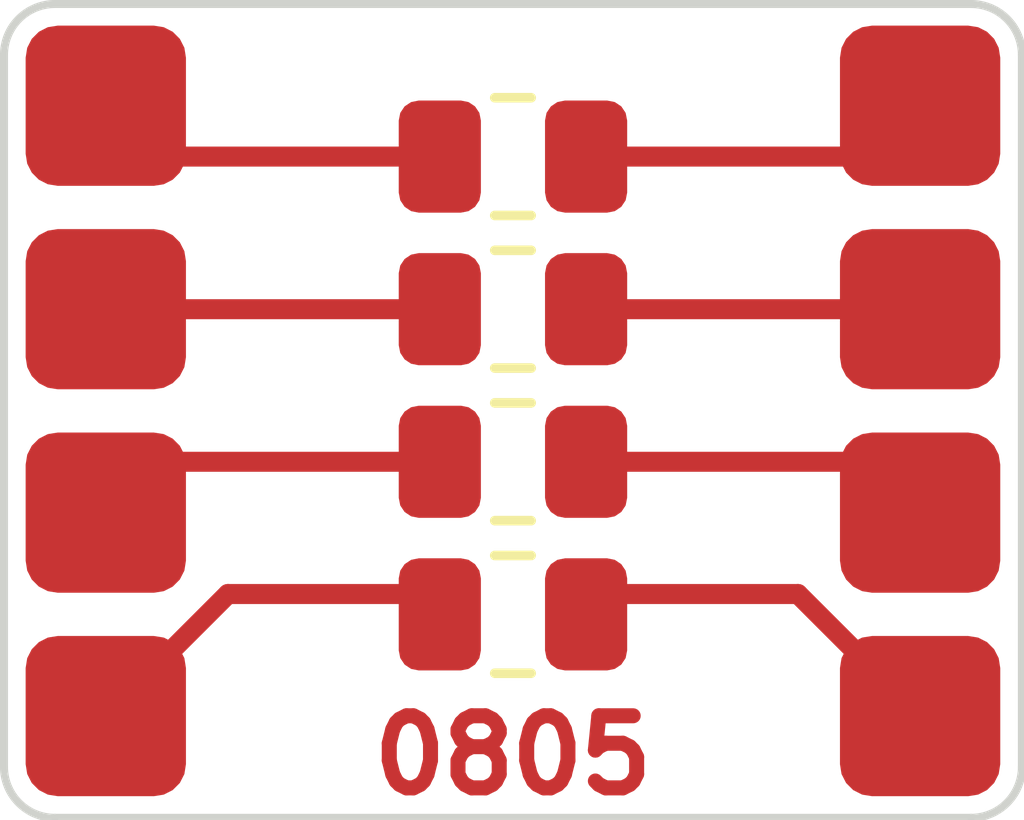
<source format=kicad_pcb>
(kicad_pcb (version 20221018) (generator pcbnew)
  (layers (0 "F.Cu" signal) (31 "B.Cu" signal) (34 "B.Paste" user) (35 "F.Paste" user) (36 "B.SilkS" user "B.Silkscreen") (37 "F.SilkS" user "F.Silkscreen") (38 "B.Mask" user) (39 "F.Mask" user) (44 "Edge.Cuts" user))
  (net 0 "")
  (net 1 "Net-(J1-Pin_1)")
  (net 2 "Net-(J2-Pin_1)")
  (net 3 "Net-(J7-Pin_1)")
  (net 4 "Net-(J3-Pin_1)")
  (net 5 "Net-(J8-Pin_1)")
  (net 6 "Net-(J4-Pin_1)")
  (net 7 "Net-(J5-Pin_1)")
  (net 8 "Net-(J6-Pin_1)")
  (footprint "CustSymbols:ManhattanPad" (layer "F.Cu") (at 152.4 99.06)
    (fp_text reference "J5" hide)
    (fp_text value "Conn_01x01_Pin" hide)
    (pad "1" smd roundrect (at 0 0) (size 2 2) (layers "F.Cu" "F.Paste" "F.Mask") (roundrect_rratio 0.2) (net 7 "Net-(J5-Pin_1)"))
  )
  (footprint "CustSymbols:ManhattanPad" (layer "F.Cu") (at 162.56 99.06)
    (fp_text reference "J6" hide)
    (fp_text value "Conn_01x01_Pin" hide)
    (pad "1" smd roundrect (at 0 0) (size 2 2) (layers "F.Cu" "F.Paste" "F.Mask") (roundrect_rratio 0.2) (net 8 "Net-(J6-Pin_1)"))
  )
  (footprint "CustSymbols:ManhattanPad" (layer "F.Cu") (at 162.56 96.52)
    (fp_text reference "J8" hide)
    (fp_text value "Conn_01x01_Pin" hide)
    (pad "1" smd roundrect (at 0 0) (size 2 2) (layers "F.Cu" "F.Paste" "F.Mask") (roundrect_rratio 0.2) (net 5 "Net-(J8-Pin_1)"))
  )
  (footprint "Resistor_SMD:R_0805_2012Metric" (layer "F.Cu") (at 157.48 100.33)
    (fp_text reference "C3" hide)
    (fp_text value "C" hide)
    (fp_line (start -0.227064 -0.735) (end 0.227064 -0.735) (stroke (width 0.12)) (layer "F.SilkS"))
    (fp_line (start -0.227064 0.735) (end 0.227064 0.735) (stroke (width 0.12)) (layer "F.SilkS"))
    (pad "1" smd roundrect (at -0.9125 0) (size 1.025 1.4) (layers "F.Cu" "F.Paste" "F.Mask") (roundrect_rratio 0.243902) (net 4 "Net-(J3-Pin_1)"))
    (pad "2" smd roundrect (at 0.9125 0) (size 1.025 1.4) (layers "F.Cu" "F.Paste" "F.Mask") (roundrect_rratio 0.243902) (net 6 "Net-(J4-Pin_1)"))
  )
  (footprint "CustSymbols:ManhattanPad" (layer "F.Cu") (at 162.56 93.98)
    (fp_text reference "J2" hide)
    (fp_text value "Conn_01x01_Pin" hide)
    (pad "1" smd roundrect (at 0 0) (size 2 2) (layers "F.Cu" "F.Paste" "F.Mask") (roundrect_rratio 0.2) (net 2 "Net-(J2-Pin_1)"))
  )
  (footprint "CustSymbols:ManhattanPad" (layer "F.Cu") (at 152.4 96.52)
    (fp_text reference "J7" hide)
    (fp_text value "Conn_01x01_Pin" hide)
    (pad "1" smd roundrect (at 0 0) (size 2 2) (layers "F.Cu" "F.Paste" "F.Mask") (roundrect_rratio 0.2) (net 3 "Net-(J7-Pin_1)"))
  )
  (footprint "CustSymbols:ManhattanPad" (layer "F.Cu") (at 152.4 93.98)
    (fp_text reference "J1" hide)
    (fp_text value "Conn_01x01_Pin" hide)
    (pad "1" smd roundrect (at 0 0) (size 2 2) (layers "F.Cu" "F.Paste" "F.Mask") (roundrect_rratio 0.2) (net 1 "Net-(J1-Pin_1)"))
  )
  (footprint "Resistor_SMD:R_0805_2012Metric" (layer "F.Cu") (at 157.48 98.425)
    (fp_text reference "C2" hide)
    (fp_text value "C" hide)
    (fp_line (start -0.227064 -0.735) (end 0.227064 -0.735) (stroke (width 0.12)) (layer "F.SilkS"))
    (fp_line (start -0.227064 0.735) (end 0.227064 0.735) (stroke (width 0.12)) (layer "F.SilkS"))
    (pad "1" smd roundrect (at -0.9125 0) (size 1.025 1.4) (layers "F.Cu" "F.Paste" "F.Mask") (roundrect_rratio 0.243902) (net 7 "Net-(J5-Pin_1)"))
    (pad "2" smd roundrect (at 0.9125 0) (size 1.025 1.4) (layers "F.Cu" "F.Paste" "F.Mask") (roundrect_rratio 0.243902) (net 8 "Net-(J6-Pin_1)"))
  )
  (footprint "Resistor_SMD:R_0805_2012Metric" (layer "F.Cu") (at 157.48 94.615)
    (fp_text reference "C4" hide)
    (fp_text value "C")
    (fp_line (start -0.227064 -0.735) (end 0.227064 -0.735) (stroke (width 0.12)) (layer "F.SilkS"))
    (fp_line (start -0.227064 0.735) (end 0.227064 0.735) (stroke (width 0.12)) (layer "F.SilkS"))
    (pad "1" smd roundrect (at -0.9125 0) (size 1.025 1.4) (layers "F.Cu" "F.Paste" "F.Mask") (roundrect_rratio 0.243902) (net 1 "Net-(J1-Pin_1)"))
    (pad "2" smd roundrect (at 0.9125 0) (size 1.025 1.4) (layers "F.Cu" "F.Paste" "F.Mask") (roundrect_rratio 0.243902) (net 2 "Net-(J2-Pin_1)"))
  )
  (footprint "CustSymbols:ManhattanPad" (layer "F.Cu") (at 152.4 101.6)
    (fp_text reference "J3" hide)
    (fp_text value "Conn_01x01_Pin" hide)
    (pad "1" smd roundrect (at 0 0) (size 2 2) (layers "F.Cu" "F.Paste" "F.Mask") (roundrect_rratio 0.2) (net 4 "Net-(J3-Pin_1)"))
  )
  (footprint "CustSymbols:ManhattanPad" (layer "F.Cu") (at 162.56 101.6)
    (fp_text reference "J4" hide)
    (fp_text value "Conn_01x01_Pin" hide)
    (pad "1" smd roundrect (at 0 0) (size 2 2) (layers "F.Cu" "F.Paste" "F.Mask") (roundrect_rratio 0.2) (net 6 "Net-(J4-Pin_1)"))
  )
  (footprint "Resistor_SMD:R_0805_2012Metric" (layer "F.Cu") (at 157.48 96.52)
    (fp_text reference "C1" hide)
    (fp_text value "C")
    (fp_line (start -0.227064 -0.735) (end 0.227064 -0.735) (stroke (width 0.12)) (layer "F.SilkS"))
    (fp_line (start -0.227064 0.735) (end 0.227064 0.735) (stroke (width 0.12)) (layer "F.SilkS"))
    (pad "1" smd roundrect (at -0.9125 0) (size 1.025 1.4) (layers "F.Cu" "F.Paste" "F.Mask") (roundrect_rratio 0.243902) (net 3 "Net-(J7-Pin_1)"))
    (pad "2" smd roundrect (at 0.9125 0) (size 1.025 1.4) (layers "F.Cu" "F.Paste" "F.Mask") (roundrect_rratio 0.243902) (net 5 "Net-(J8-Pin_1)"))
  )
  (gr_line (start 151.13 93.345) (end 151.13 102.235) (stroke (width 0.1)) (layer "Edge.Cuts"))
  (gr_line (start 151.765 102.87) (end 163.195 102.87) (stroke (width 0.1)) (layer "Edge.Cuts"))
  (gr_line (start 163.195 92.71) (end 151.765 92.71) (stroke (width 0.1)) (layer "Edge.Cuts"))
  (gr_arc (start 151.765 102.87) (mid 151.315988 102.684012) (end 151.13 102.235) (stroke (width 0.1)) (layer "Edge.Cuts"))
  (gr_arc (start 163.83 102.235) (mid 163.644013 102.684012) (end 163.195 102.87) (stroke (width 0.1)) (layer "Edge.Cuts"))
  (gr_line (start 163.83 102.235) (end 163.83 93.345) (stroke (width 0.1)) (layer "Edge.Cuts"))
  (gr_arc (start 151.13 93.345) (mid 151.315988 92.895988) (end 151.765 92.71) (stroke (width 0.1)) (layer "Edge.Cuts"))
  (gr_arc (start 163.195 92.71) (mid 163.644012 92.895988) (end 163.83 93.345) (stroke (width 0.1)) (layer "Edge.Cuts"))
  (gr_text "0805" (at 157.48 102.616) (layer "F.Cu") (effects (font (size 0.9 0.9) (thickness 0.1875) bold) (justify bottom)))
  (segment (start 153.035 94.615) (end 152.4 93.98) (width 0.25) (layer "F.Cu") (net 1))
  (segment (start 156.5675 94.615) (end 153.035 94.615) (width 0.25) (layer "F.Cu") (net 1))
  (segment (start 158.3925 94.615) (end 161.925 94.615) (width 0.25) (layer "F.Cu") (net 2))
  (segment (start 161.925 94.615) (end 162.56 93.98) (width 0.25) (layer "F.Cu") (net 2))
  (segment (start 152.908 97.028) (end 152.4 96.52) (width 0.25) (layer "F.Cu") (net 3))
  (segment (start 156.5675 96.52) (end 152.4 96.52) (width 0.25) (layer "F.Cu") (net 3))
  (segment (start 156.705 100.076) (end 153.924 100.076) (width 0.25) (layer "F.Cu") (net 4))
  (segment (start 153.924 100.076) (end 152.4 101.6) (width 0.25) (layer "F.Cu") (net 4))
  (segment (start 162.052 97.028) (end 162.56 96.52) (width 0.25) (layer "F.Cu") (net 5))
  (segment (start 158.3925 96.52) (end 162.56 96.52) (width 0.25) (layer "F.Cu") (net 5))
  (segment (start 158.255 100.076) (end 161.036 100.076) (width 0.25) (layer "F.Cu") (net 6))
  (segment (start 161.036 100.076) (end 162.56 101.6) (width 0.25) (layer "F.Cu") (net 6))
  (segment (start 153.035 98.425) (end 152.4 99.06) (width 0.25) (layer "F.Cu") (net 7))
  (segment (start 156.5675 98.425) (end 153.035 98.425) (width 0.25) (layer "F.Cu") (net 7))
  (segment (start 158.3925 98.425) (end 161.925 98.425) (width 0.25) (layer "F.Cu") (net 8))
  (segment (start 161.925 98.425) (end 162.56 99.06) (width 0.25) (layer "F.Cu") (net 8))
)
</source>
